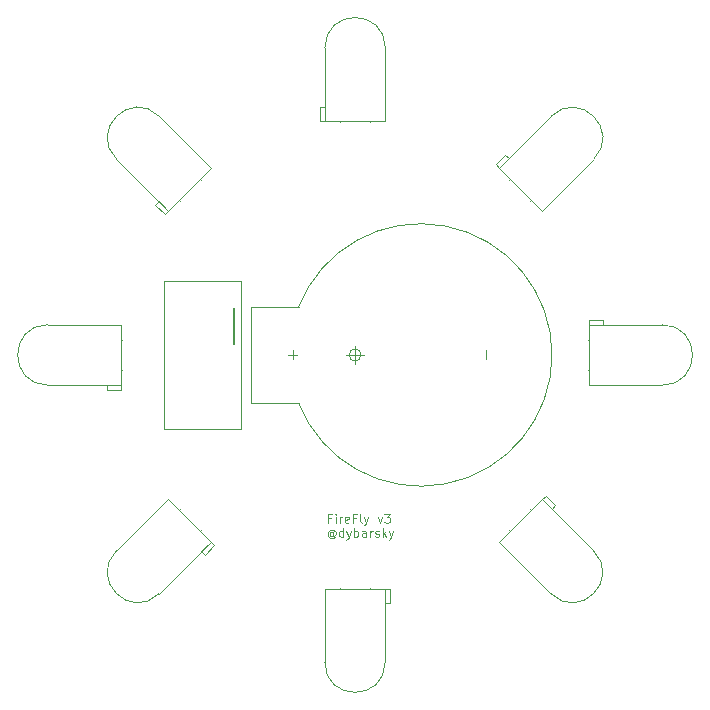
<source format=gbr>
%TF.GenerationSoftware,KiCad,Pcbnew,7.0.9*%
%TF.CreationDate,2025-02-20T14:34:02+01:00*%
%TF.ProjectId,firefly,66697265-666c-4792-9e6b-696361645f70,rev?*%
%TF.SameCoordinates,Original*%
%TF.FileFunction,Legend,Top*%
%TF.FilePolarity,Positive*%
%FSLAX46Y46*%
G04 Gerber Fmt 4.6, Leading zero omitted, Abs format (unit mm)*
G04 Created by KiCad (PCBNEW 7.0.9) date 2025-02-20 14:34:02*
%MOMM*%
%LPD*%
G01*
G04 APERTURE LIST*
%ADD10C,0.100000*%
%ADD11C,0.150000*%
%ADD12C,0.125000*%
%ADD13C,0.120000*%
G04 APERTURE END LIST*
D10*
X126986360Y-106252657D02*
X126736360Y-106252657D01*
X126736360Y-106645514D02*
X126736360Y-105895514D01*
X126736360Y-105895514D02*
X127093503Y-105895514D01*
X127379217Y-106645514D02*
X127379217Y-106145514D01*
X127379217Y-105895514D02*
X127343503Y-105931228D01*
X127343503Y-105931228D02*
X127379217Y-105966942D01*
X127379217Y-105966942D02*
X127414931Y-105931228D01*
X127414931Y-105931228D02*
X127379217Y-105895514D01*
X127379217Y-105895514D02*
X127379217Y-105966942D01*
X127736360Y-106645514D02*
X127736360Y-106145514D01*
X127736360Y-106288371D02*
X127772074Y-106216942D01*
X127772074Y-106216942D02*
X127807789Y-106181228D01*
X127807789Y-106181228D02*
X127879217Y-106145514D01*
X127879217Y-106145514D02*
X127950646Y-106145514D01*
X128486360Y-106609800D02*
X128414932Y-106645514D01*
X128414932Y-106645514D02*
X128272075Y-106645514D01*
X128272075Y-106645514D02*
X128200646Y-106609800D01*
X128200646Y-106609800D02*
X128164932Y-106538371D01*
X128164932Y-106538371D02*
X128164932Y-106252657D01*
X128164932Y-106252657D02*
X128200646Y-106181228D01*
X128200646Y-106181228D02*
X128272075Y-106145514D01*
X128272075Y-106145514D02*
X128414932Y-106145514D01*
X128414932Y-106145514D02*
X128486360Y-106181228D01*
X128486360Y-106181228D02*
X128522075Y-106252657D01*
X128522075Y-106252657D02*
X128522075Y-106324085D01*
X128522075Y-106324085D02*
X128164932Y-106395514D01*
X129093503Y-106252657D02*
X128843503Y-106252657D01*
X128843503Y-106645514D02*
X128843503Y-105895514D01*
X128843503Y-105895514D02*
X129200646Y-105895514D01*
X129593503Y-106645514D02*
X129522074Y-106609800D01*
X129522074Y-106609800D02*
X129486360Y-106538371D01*
X129486360Y-106538371D02*
X129486360Y-105895514D01*
X129807788Y-106145514D02*
X129986360Y-106645514D01*
X130164931Y-106145514D02*
X129986360Y-106645514D01*
X129986360Y-106645514D02*
X129914931Y-106824085D01*
X129914931Y-106824085D02*
X129879217Y-106859800D01*
X129879217Y-106859800D02*
X129807788Y-106895514D01*
X130950646Y-106145514D02*
X131129218Y-106645514D01*
X131129218Y-106645514D02*
X131307789Y-106145514D01*
X131522075Y-105895514D02*
X131986361Y-105895514D01*
X131986361Y-105895514D02*
X131736361Y-106181228D01*
X131736361Y-106181228D02*
X131843504Y-106181228D01*
X131843504Y-106181228D02*
X131914933Y-106216942D01*
X131914933Y-106216942D02*
X131950647Y-106252657D01*
X131950647Y-106252657D02*
X131986361Y-106324085D01*
X131986361Y-106324085D02*
X131986361Y-106502657D01*
X131986361Y-106502657D02*
X131950647Y-106574085D01*
X131950647Y-106574085D02*
X131914933Y-106609800D01*
X131914933Y-106609800D02*
X131843504Y-106645514D01*
X131843504Y-106645514D02*
X131629218Y-106645514D01*
X131629218Y-106645514D02*
X131557790Y-106609800D01*
X131557790Y-106609800D02*
X131522075Y-106574085D01*
X127200646Y-107495871D02*
X127164931Y-107460157D01*
X127164931Y-107460157D02*
X127093503Y-107424442D01*
X127093503Y-107424442D02*
X127022074Y-107424442D01*
X127022074Y-107424442D02*
X126950646Y-107460157D01*
X126950646Y-107460157D02*
X126914931Y-107495871D01*
X126914931Y-107495871D02*
X126879217Y-107567300D01*
X126879217Y-107567300D02*
X126879217Y-107638728D01*
X126879217Y-107638728D02*
X126914931Y-107710157D01*
X126914931Y-107710157D02*
X126950646Y-107745871D01*
X126950646Y-107745871D02*
X127022074Y-107781585D01*
X127022074Y-107781585D02*
X127093503Y-107781585D01*
X127093503Y-107781585D02*
X127164931Y-107745871D01*
X127164931Y-107745871D02*
X127200646Y-107710157D01*
X127200646Y-107424442D02*
X127200646Y-107710157D01*
X127200646Y-107710157D02*
X127236360Y-107745871D01*
X127236360Y-107745871D02*
X127272074Y-107745871D01*
X127272074Y-107745871D02*
X127343503Y-107710157D01*
X127343503Y-107710157D02*
X127379217Y-107638728D01*
X127379217Y-107638728D02*
X127379217Y-107460157D01*
X127379217Y-107460157D02*
X127307789Y-107353014D01*
X127307789Y-107353014D02*
X127200646Y-107281585D01*
X127200646Y-107281585D02*
X127057789Y-107245871D01*
X127057789Y-107245871D02*
X126914931Y-107281585D01*
X126914931Y-107281585D02*
X126807789Y-107353014D01*
X126807789Y-107353014D02*
X126736360Y-107460157D01*
X126736360Y-107460157D02*
X126700646Y-107603014D01*
X126700646Y-107603014D02*
X126736360Y-107745871D01*
X126736360Y-107745871D02*
X126807789Y-107853014D01*
X126807789Y-107853014D02*
X126914931Y-107924442D01*
X126914931Y-107924442D02*
X127057789Y-107960157D01*
X127057789Y-107960157D02*
X127200646Y-107924442D01*
X127200646Y-107924442D02*
X127307789Y-107853014D01*
X128022075Y-107853014D02*
X128022075Y-107103014D01*
X128022075Y-107817300D02*
X127950646Y-107853014D01*
X127950646Y-107853014D02*
X127807789Y-107853014D01*
X127807789Y-107853014D02*
X127736360Y-107817300D01*
X127736360Y-107817300D02*
X127700646Y-107781585D01*
X127700646Y-107781585D02*
X127664932Y-107710157D01*
X127664932Y-107710157D02*
X127664932Y-107495871D01*
X127664932Y-107495871D02*
X127700646Y-107424442D01*
X127700646Y-107424442D02*
X127736360Y-107388728D01*
X127736360Y-107388728D02*
X127807789Y-107353014D01*
X127807789Y-107353014D02*
X127950646Y-107353014D01*
X127950646Y-107353014D02*
X128022075Y-107388728D01*
X128307788Y-107353014D02*
X128486360Y-107853014D01*
X128664931Y-107353014D02*
X128486360Y-107853014D01*
X128486360Y-107853014D02*
X128414931Y-108031585D01*
X128414931Y-108031585D02*
X128379217Y-108067300D01*
X128379217Y-108067300D02*
X128307788Y-108103014D01*
X128950646Y-107853014D02*
X128950646Y-107103014D01*
X128950646Y-107388728D02*
X129022075Y-107353014D01*
X129022075Y-107353014D02*
X129164932Y-107353014D01*
X129164932Y-107353014D02*
X129236360Y-107388728D01*
X129236360Y-107388728D02*
X129272075Y-107424442D01*
X129272075Y-107424442D02*
X129307789Y-107495871D01*
X129307789Y-107495871D02*
X129307789Y-107710157D01*
X129307789Y-107710157D02*
X129272075Y-107781585D01*
X129272075Y-107781585D02*
X129236360Y-107817300D01*
X129236360Y-107817300D02*
X129164932Y-107853014D01*
X129164932Y-107853014D02*
X129022075Y-107853014D01*
X129022075Y-107853014D02*
X128950646Y-107817300D01*
X129950646Y-107853014D02*
X129950646Y-107460157D01*
X129950646Y-107460157D02*
X129914931Y-107388728D01*
X129914931Y-107388728D02*
X129843503Y-107353014D01*
X129843503Y-107353014D02*
X129700646Y-107353014D01*
X129700646Y-107353014D02*
X129629217Y-107388728D01*
X129950646Y-107817300D02*
X129879217Y-107853014D01*
X129879217Y-107853014D02*
X129700646Y-107853014D01*
X129700646Y-107853014D02*
X129629217Y-107817300D01*
X129629217Y-107817300D02*
X129593503Y-107745871D01*
X129593503Y-107745871D02*
X129593503Y-107674442D01*
X129593503Y-107674442D02*
X129629217Y-107603014D01*
X129629217Y-107603014D02*
X129700646Y-107567300D01*
X129700646Y-107567300D02*
X129879217Y-107567300D01*
X129879217Y-107567300D02*
X129950646Y-107531585D01*
X130307788Y-107853014D02*
X130307788Y-107353014D01*
X130307788Y-107495871D02*
X130343502Y-107424442D01*
X130343502Y-107424442D02*
X130379217Y-107388728D01*
X130379217Y-107388728D02*
X130450645Y-107353014D01*
X130450645Y-107353014D02*
X130522074Y-107353014D01*
X130736360Y-107817300D02*
X130807788Y-107853014D01*
X130807788Y-107853014D02*
X130950645Y-107853014D01*
X130950645Y-107853014D02*
X131022074Y-107817300D01*
X131022074Y-107817300D02*
X131057788Y-107745871D01*
X131057788Y-107745871D02*
X131057788Y-107710157D01*
X131057788Y-107710157D02*
X131022074Y-107638728D01*
X131022074Y-107638728D02*
X130950645Y-107603014D01*
X130950645Y-107603014D02*
X130843503Y-107603014D01*
X130843503Y-107603014D02*
X130772074Y-107567300D01*
X130772074Y-107567300D02*
X130736360Y-107495871D01*
X130736360Y-107495871D02*
X130736360Y-107460157D01*
X130736360Y-107460157D02*
X130772074Y-107388728D01*
X130772074Y-107388728D02*
X130843503Y-107353014D01*
X130843503Y-107353014D02*
X130950645Y-107353014D01*
X130950645Y-107353014D02*
X131022074Y-107388728D01*
X131379217Y-107853014D02*
X131379217Y-107103014D01*
X131450646Y-107567300D02*
X131664931Y-107853014D01*
X131664931Y-107353014D02*
X131379217Y-107638728D01*
X131914931Y-107353014D02*
X132093503Y-107853014D01*
X132272074Y-107353014D02*
X132093503Y-107853014D01*
X132093503Y-107853014D02*
X132022074Y-108031585D01*
X132022074Y-108031585D02*
X131986360Y-108067300D01*
X131986360Y-108067300D02*
X131914931Y-108103014D01*
X129794000Y-92456000D02*
X128270000Y-92456000D01*
D11*
X118745000Y-88519000D02*
X118745000Y-91567000D01*
D10*
X129540001Y-92456000D02*
G75*
G03*
X129540001Y-92456000I-508000J0D01*
G01*
X129032000Y-93218000D02*
X129032000Y-91694000D01*
D12*
X140079166Y-92770668D02*
X140079166Y-92008764D01*
X123383331Y-92454166D02*
X124145236Y-92454166D01*
X123764283Y-92835119D02*
X123764283Y-92073214D01*
D13*
%TO.C,D1*%
X144881091Y-80234367D02*
X149236869Y-75878589D01*
X144881091Y-80234367D02*
X141260704Y-76613980D01*
X143876999Y-79414123D02*
X143876999Y-79414123D01*
X143876999Y-79414123D02*
X143968923Y-79322199D01*
X143968923Y-79322199D02*
X143876999Y-79414123D01*
X143968923Y-79322199D02*
X143968923Y-79322199D01*
X142080948Y-77618071D02*
X142080948Y-77618071D01*
X142080948Y-77618071D02*
X142172872Y-77526148D01*
X142172872Y-77526148D02*
X142080948Y-77618071D01*
X142172872Y-77526148D02*
X142172872Y-77526148D01*
X141260704Y-76613980D02*
X145616482Y-72258202D01*
X141260704Y-76613980D02*
X140977862Y-76331137D01*
X142052664Y-75822020D02*
X141260704Y-76613980D01*
X140977862Y-76331137D02*
X141769821Y-75539178D01*
X141769821Y-75539178D02*
X142052664Y-75822020D01*
X149236868Y-75878588D02*
G75*
G03*
X145616482Y-72258202I-1810193J1810193D01*
G01*
%TO.C,D2*%
X131597000Y-72607000D02*
X131597000Y-66447000D01*
X131597000Y-72607000D02*
X126477000Y-72607000D01*
X130307000Y-72737000D02*
X130307000Y-72737000D01*
X130307000Y-72737000D02*
X130307000Y-72607000D01*
X130307000Y-72607000D02*
X130307000Y-72737000D01*
X130307000Y-72607000D02*
X130307000Y-72607000D01*
X127767000Y-72737000D02*
X127767000Y-72737000D01*
X127767000Y-72737000D02*
X127767000Y-72607000D01*
X127767000Y-72607000D02*
X127767000Y-72737000D01*
X127767000Y-72607000D02*
X127767000Y-72607000D01*
X126477000Y-72607000D02*
X126477000Y-66447000D01*
X126477000Y-72607000D02*
X126077000Y-72607000D01*
X126477000Y-71487000D02*
X126477000Y-72607000D01*
X126077000Y-72607000D02*
X126077000Y-71487000D01*
X126077000Y-71487000D02*
X126477000Y-71487000D01*
X131597000Y-66447000D02*
G75*
G03*
X126477000Y-66447000I-2560000J0D01*
G01*
%TO.C,REF\u002A\u002A*%
X113182909Y-104677633D02*
X108827131Y-109033411D01*
X113182909Y-104677633D02*
X116803296Y-108298020D01*
X114187001Y-105497877D02*
X114187001Y-105497877D01*
X114187001Y-105497877D02*
X114095077Y-105589801D01*
X114095077Y-105589801D02*
X114187001Y-105497877D01*
X114095077Y-105589801D02*
X114095077Y-105589801D01*
X115983052Y-107293929D02*
X115983052Y-107293929D01*
X115983052Y-107293929D02*
X115891128Y-107385852D01*
X115891128Y-107385852D02*
X115983052Y-107293929D01*
X115891128Y-107385852D02*
X115891128Y-107385852D01*
X116803296Y-108298020D02*
X112447518Y-112653798D01*
X116803296Y-108298020D02*
X117086138Y-108580863D01*
X116011336Y-109089980D02*
X116803296Y-108298020D01*
X117086138Y-108580863D02*
X116294179Y-109372822D01*
X116294179Y-109372822D02*
X116011336Y-109089980D01*
X108827132Y-109033412D02*
G75*
G03*
X112447518Y-112653798I1810193J-1810193D01*
G01*
X109183000Y-89891000D02*
X103023000Y-89891000D01*
X109183000Y-89891000D02*
X109183000Y-95011000D01*
X109313000Y-91181000D02*
X109313000Y-91181000D01*
X109313000Y-91181000D02*
X109183000Y-91181000D01*
X109183000Y-91181000D02*
X109313000Y-91181000D01*
X109183000Y-91181000D02*
X109183000Y-91181000D01*
X109313000Y-93721000D02*
X109313000Y-93721000D01*
X109313000Y-93721000D02*
X109183000Y-93721000D01*
X109183000Y-93721000D02*
X109313000Y-93721000D01*
X109183000Y-93721000D02*
X109183000Y-93721000D01*
X109183000Y-95011000D02*
X103023000Y-95011000D01*
X109183000Y-95011000D02*
X109183000Y-95411000D01*
X108063000Y-95011000D02*
X109183000Y-95011000D01*
X109183000Y-95411000D02*
X108063000Y-95411000D01*
X108063000Y-95411000D02*
X108063000Y-95011000D01*
X103023000Y-89891000D02*
G75*
G03*
X103023000Y-95011000I0J-2560000D01*
G01*
X116810367Y-76606909D02*
X112454589Y-72251131D01*
X116810367Y-76606909D02*
X113189980Y-80227296D01*
X115990123Y-77611001D02*
X115990123Y-77611001D01*
X115990123Y-77611001D02*
X115898199Y-77519077D01*
X115898199Y-77519077D02*
X115990123Y-77611001D01*
X115898199Y-77519077D02*
X115898199Y-77519077D01*
X114194071Y-79407052D02*
X114194071Y-79407052D01*
X114194071Y-79407052D02*
X114102148Y-79315128D01*
X114102148Y-79315128D02*
X114194071Y-79407052D01*
X114102148Y-79315128D02*
X114102148Y-79315128D01*
X113189980Y-80227296D02*
X108834202Y-75871518D01*
X113189980Y-80227296D02*
X112907137Y-80510138D01*
X112398020Y-79435336D02*
X113189980Y-80227296D01*
X112907137Y-80510138D02*
X112115178Y-79718179D01*
X112115178Y-79718179D02*
X112398020Y-79435336D01*
X112454588Y-72251132D02*
G75*
G03*
X108834202Y-75871518I-1810193J-1810193D01*
G01*
X141253633Y-108305091D02*
X145609411Y-112660869D01*
X141253633Y-108305091D02*
X144874020Y-104684704D01*
X142073877Y-107300999D02*
X142073877Y-107300999D01*
X142073877Y-107300999D02*
X142165801Y-107392923D01*
X142165801Y-107392923D02*
X142073877Y-107300999D01*
X142165801Y-107392923D02*
X142165801Y-107392923D01*
X143869929Y-105504948D02*
X143869929Y-105504948D01*
X143869929Y-105504948D02*
X143961852Y-105596872D01*
X143961852Y-105596872D02*
X143869929Y-105504948D01*
X143961852Y-105596872D02*
X143961852Y-105596872D01*
X144874020Y-104684704D02*
X149229798Y-109040482D01*
X144874020Y-104684704D02*
X145156863Y-104401862D01*
X145665980Y-105476664D02*
X144874020Y-104684704D01*
X145156863Y-104401862D02*
X145948822Y-105193821D01*
X145948822Y-105193821D02*
X145665980Y-105476664D01*
X145609412Y-112660868D02*
G75*
G03*
X149229798Y-109040482I1810193J1810193D01*
G01*
X126467000Y-112305000D02*
X126467000Y-118465000D01*
X126467000Y-112305000D02*
X131587000Y-112305000D01*
X127757000Y-112175000D02*
X127757000Y-112175000D01*
X127757000Y-112175000D02*
X127757000Y-112305000D01*
X127757000Y-112305000D02*
X127757000Y-112175000D01*
X127757000Y-112305000D02*
X127757000Y-112305000D01*
X130297000Y-112175000D02*
X130297000Y-112175000D01*
X130297000Y-112175000D02*
X130297000Y-112305000D01*
X130297000Y-112305000D02*
X130297000Y-112175000D01*
X130297000Y-112305000D02*
X130297000Y-112305000D01*
X131587000Y-112305000D02*
X131587000Y-118465000D01*
X131587000Y-112305000D02*
X131987000Y-112305000D01*
X131587000Y-113425000D02*
X131587000Y-112305000D01*
X131987000Y-112305000D02*
X131987000Y-113425000D01*
X131987000Y-113425000D02*
X131587000Y-113425000D01*
X126467000Y-118465000D02*
G75*
G03*
X131587000Y-118465000I2560000J0D01*
G01*
%TO.C,CR2023*%
X120190176Y-96532700D02*
X120215576Y-88404700D01*
X124254177Y-88392000D02*
X120215576Y-88404700D01*
X124254177Y-96520000D02*
X120190176Y-96532700D01*
X124254177Y-96520000D02*
G75*
G03*
X124254177Y-88392000I10342999J4064000D01*
G01*
%TO.C,D8*%
X148881000Y-95021000D02*
X155041000Y-95021000D01*
X148881000Y-95021000D02*
X148881000Y-89901000D01*
X148751000Y-93731000D02*
X148751000Y-93731000D01*
X148751000Y-93731000D02*
X148881000Y-93731000D01*
X148881000Y-93731000D02*
X148751000Y-93731000D01*
X148881000Y-93731000D02*
X148881000Y-93731000D01*
X148751000Y-91191000D02*
X148751000Y-91191000D01*
X148751000Y-91191000D02*
X148881000Y-91191000D01*
X148881000Y-91191000D02*
X148751000Y-91191000D01*
X148881000Y-91191000D02*
X148881000Y-91191000D01*
X148881000Y-89901000D02*
X155041000Y-89901000D01*
X148881000Y-89901000D02*
X148881000Y-89501000D01*
X150001000Y-89901000D02*
X148881000Y-89901000D01*
X148881000Y-89501000D02*
X150001000Y-89501000D01*
X150001000Y-89501000D02*
X150001000Y-89901000D01*
X155041000Y-95021000D02*
G75*
G03*
X155041000Y-89901000I0J2560000D01*
G01*
D10*
%TO.C,*%
X119405000Y-86206000D02*
X112878000Y-86206000D01*
X112878000Y-86206000D02*
X112878000Y-98706000D01*
X112878000Y-98706000D02*
X119405000Y-98706000D01*
X119405000Y-98706000D02*
X119405000Y-86206000D01*
%TD*%
M02*

</source>
